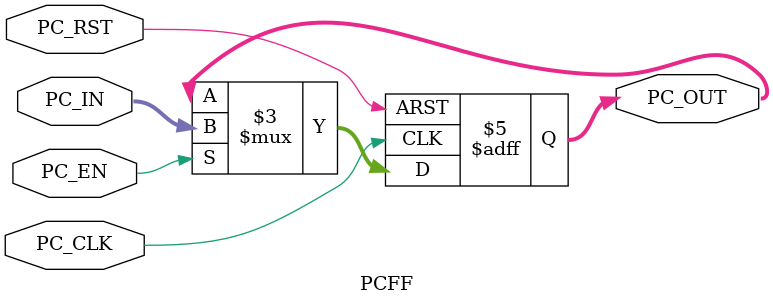
<source format=v>
module PCFF #(parameter WIDTH =32) (
  input     wire     [WIDTH-1:0]    PC_IN,
  input     wire                    PC_EN,
  input     wire                    PC_CLK,
  input     wire                    PC_RST,
  output    reg      [WIDTH-1:0]    PC_OUT
  );
  
  ///////////////////FF squentional logic ///////////////////
  always@(posedge PC_CLK or negedge PC_RST)
  begin
    if(!PC_RST)
      begin
        PC_OUT <= 'b0;
      end
    else if(PC_EN)
      begin
        PC_OUT <= PC_IN;
      end
  end
endmodule
</source>
